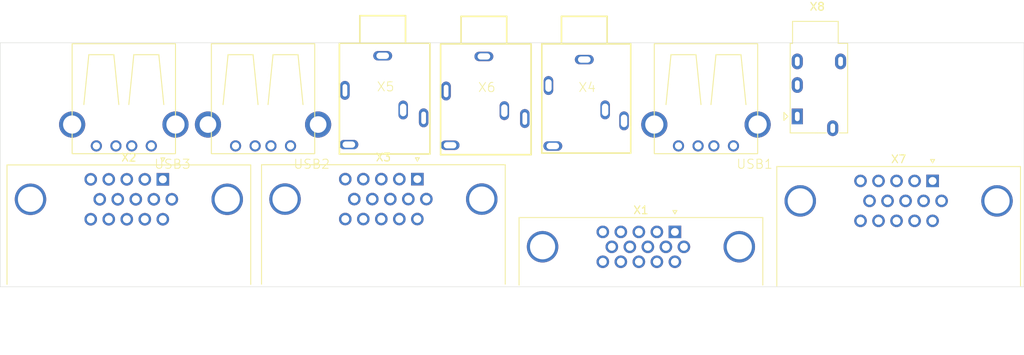
<source format=kicad_pcb>
(kicad_pcb (version 20241229) (generator "pcbnew") (generator_version "9.0")
  (layers (0 "F.Cu" signal) (2 "B.Cu" signal) (13 "F.Paste" user) (15 "B.Paste" user) (5 "F.SilkS" user "F.Silkscreen") (7 "B.SilkS" user "B.Silkscreen") (1 "F.Mask" user) (3 "B.Mask" user) (25 "Edge.Cuts" user))
  (net 0 "")
  (footprint "Connector_Audio:Jack_3.5mm_PJ320E_Horizontal" (layer "F.Cu") (at 209.1902 93.9024)
    (property "Reference" "X8" (at 2.54 -13.97 0) (layer "F.SilkS"))
    (property "Value" "1503_09")
    (fp_line (start -1.7 -0.5) (end -1.7 0.5) (stroke (width 0.12)) (layer "F.SilkS"))
    (fp_line (start -1.7 0.5) (end -1.2 0) (stroke (width 0.12)) (layer "F.SilkS"))
    (fp_line (start -1.2 0) (end -1.7 -0.5) (stroke (width 0.12)) (layer "F.SilkS"))
    (fp_line (start -0.9 -9.3) (end -0.9 2.1) (stroke (width 0.12)) (layer "F.SilkS"))
    (fp_line (start -0.9 -9.3) (end -0.6 -9.3) (stroke (width 0.12)) (layer "F.SilkS"))
    (fp_line (start -0.9 2.1) (end 3.7 2.1) (stroke (width 0.12)) (layer "F.SilkS"))
    (fp_line (start -0.6 -9.3) (end -0.6 -12.1) (stroke (width 0.12)) (layer "F.SilkS"))
    (fp_line (start 5.2 -12.1) (end -0.6 -12.1) (stroke (width 0.12)) (layer "F.SilkS"))
    (fp_line (start 5.2 -9.3) (end 5.2 -12.1) (stroke (width 0.12)) (layer "F.SilkS"))
    (fp_line (start 5.2 -9.3) (end 6.4 -9.3) (stroke (width 0.12)) (layer "F.SilkS"))
    (fp_line (start 6.4 -9.3) (end 6.4 2.1) (stroke (width 0.12)) (layer "F.SilkS"))
    (fp_line (start 6.4 2.1) (end 5.3 2.1) (stroke (width 0.12)) (layer "F.SilkS"))
    (pad "" np_thru_hole circle (at 2.3 -5.7 270) (size 1.2 1.2) (drill 1.2) (layers "*.Cu" "*.Mask"))
    (pad "" np_thru_hole circle (at 2.3 1.3 270) (size 1.2 1.2) (drill 1.2) (layers "*.Cu" "*.Mask"))
    (pad "" thru_hole oval (at 5.5 -7 270) (size 2 1.4) (drill oval 1.2 0.6) (layers "*.Cu" "*.Mask"))
    (pad "R1" thru_hole oval (at 0 -4 270) (size 2 1.4) (drill oval 1.2 0.6) (layers "*.Cu" "*.Mask"))
    (pad "R2" thru_hole oval (at 0 -7 270) (size 2 1.4) (drill oval 1.2 0.6) (layers "*.Cu" "*.Mask"))
    (pad "S" thru_hole oval (at 4.5 1.5 270) (size 2 1.4) (drill oval 1.2 0.6) (layers "*.Cu" "*.Mask"))
    (pad "T" thru_hole rect (at 0 0 270) (size 2 1.4) (drill oval 1.2 0.6) (layers "*.Cu" "*.Mask"))
  )
  (footprint "Connector_Dsub:DSUB-15-HD_Socket_Horizontal_P2.29x2.54mm_EdgePinOffset8.35mm_Housed_MountingHolesOffset10.89mm" (layer "F.Cu") (at 226.384 102.108)
    (property "Reference" "X7" (at -4.315 -2.77 0) (layer "F.SilkS"))
    (property "Value" "D-SUB15-HDR15RA")
    (fp_line (start -19.8 -1.83) (end 11.17 -1.83) (stroke (width 0.12)) (layer "F.SilkS"))
    (fp_line (start -19.8 13.37) (end -19.8 -1.83) (stroke (width 0.12)) (layer "F.SilkS"))
    (fp_line (start -0.25 -2.724338) (end 0.25 -2.724338) (stroke (width 0.12)) (layer "F.SilkS"))
    (fp_line (start 0 -2.291325) (end -0.25 -2.724338) (stroke (width 0.12)) (layer "F.SilkS"))
    (fp_line (start 0.25 -2.724338) (end 0 -2.291325) (stroke (width 0.12)) (layer "F.SilkS"))
    (fp_line (start 11.17 -1.83) (end 11.17 13.37) (stroke (width 0.12)) (layer "F.SilkS"))
    (pad "0" thru_hole circle (at -16.815 2.54) (size 4 4) (drill 3.2) (layers "*.Cu" "*.Mask"))
    (pad "0" thru_hole circle (at 8.185 2.54) (size 4 4) (drill 3.2) (layers "*.Cu" "*.Mask"))
    (pad "1" thru_hole rect (at 0 0) (size 1.6 1.6) (drill 1) (layers "*.Cu" "*.Mask"))
    (pad "2" thru_hole circle (at -2.29 0) (size 1.6 1.6) (drill 1) (layers "*.Cu" "*.Mask"))
    (pad "3" thru_hole circle (at -4.58 0) (size 1.6 1.6) (drill 1) (layers "*.Cu" "*.Mask"))
    (pad "4" thru_hole circle (at -6.87 0) (size 1.6 1.6) (drill 1) (layers "*.Cu" "*.Mask"))
    (pad "5" thru_hole circle (at -9.16 0) (size 1.6 1.6) (drill 1) (layers "*.Cu" "*.Mask"))
    (pad "6" thru_hole circle (at 1.145 2.54) (size 1.6 1.6) (drill 1) (layers "*.Cu" "*.Mask"))
    (pad "7" thru_hole circle (at -1.145 2.54) (size 1.6 1.6) (drill 1) (layers "*.Cu" "*.Mask"))
    (pad "8" thru_hole circle (at -3.435 2.54) (size 1.6 1.6) (drill 1) (layers "*.Cu" "*.Mask"))
    (pad "9" thru_hole circle (at -5.725 2.54) (size 1.6 1.6) (drill 1) (layers "*.Cu" "*.Mask"))
    (pad "10" thru_hole circle (at -8.015 2.54) (size 1.6 1.6) (drill 1) (layers "*.Cu" "*.Mask"))
    (pad "11" thru_hole circle (at 0 5.08) (size 1.6 1.6) (drill 1) (layers "*.Cu" "*.Mask"))
    (pad "12" thru_hole circle (at -2.29 5.08) (size 1.6 1.6) (drill 1) (layers "*.Cu" "*.Mask"))
    (pad "13" thru_hole circle (at -4.58 5.08) (size 1.6 1.6) (drill 1) (layers "*.Cu" "*.Mask"))
    (pad "14" thru_hole circle (at -6.87 5.08) (size 1.6 1.6) (drill 1) (layers "*.Cu" "*.Mask"))
    (pad "15" thru_hole circle (at -9.16 5.08) (size 1.6 1.6) (drill 1) (layers "*.Cu" "*.Mask"))
  )
  (footprint "cbm_ultipet_v1:USB-A-H_14mm_Distance" (layer "F.Cu") (at 141.3002 94.9325 -90)
    (property "Reference" "USB2" (at 5.715 -3.81 0) (layer "F.SilkS") (effects (font (size 1.1684 1.1684) (thickness 0.1016)) (justify left bottom)))
    (property "Value" "USB-A-H")
    (fp_line (start 3.6957 6.5659) (end -10.287 6.5659) (stroke (width 0.127)) (layer "F.SilkS"))
    (fp_line (start -2.54 5.08) (end -8.89 4.445) (stroke (width 0.127)) (layer "F.SilkS"))
    (fp_line (start -8.89 4.445) (end -8.89 1.27) (stroke (width 0.127)) (layer "F.SilkS"))
    (fp_line (start -8.89 1.27) (end -2.54 0.635) (stroke (width 0.127)) (layer "F.SilkS"))
    (fp_line (start -8.89 -1.27) (end -2.54 -0.635) (stroke (width 0.127)) (layer "F.SilkS"))
    (fp_line (start -8.89 -4.445) (end -8.89 -1.27) (stroke (width 0.127)) (layer "F.SilkS"))
    (fp_line (start -2.54 -5.08) (end -8.89 -4.445) (stroke (width 0.127)) (layer "F.SilkS"))
    (fp_line (start -10.287 -6.477) (end -10.287 6.477) (stroke (width 0.127)) (layer "F.SilkS"))
    (fp_line (start 3.7084 -6.5024) (end 3.7084 6.5024) (stroke (width 0.127)) (layer "F.SilkS"))
    (fp_line (start 3.6957 -6.5659) (end -10.287 -6.5659) (stroke (width 0.127)) (layer "F.SilkS"))
    (pad "D+" thru_hole circle (at 2.7178 1.0033 180) (size 1.4224 1.4224) (drill 0.9144) (layers "*.Cu" "*.Mask"))
    (pad "D-" thru_hole circle (at 2.7178 -1.0033 180) (size 1.4224 1.4224) (drill 0.9144) (layers "*.Cu" "*.Mask"))
    (pad "GND" thru_hole circle (at 2.7178 3.4925 180) (size 1.4224 1.4224) (drill 0.9144) (layers "*.Cu" "*.Mask"))
    (pad "GND@1" thru_hole circle (at 0 -7 180) (size 3.3274 3.3274) (drill 2.1114) (layers "*.Cu" "*.Mask"))
    (pad "GND@2" thru_hole circle (at 0 7 180) (size 3.3274 3.3274) (drill 2.1114) (layers "*.Cu" "*.Mask"))
    (pad "VBUS" thru_hole circle (at 2.7178 -3.4925 180) (size 1.4224 1.4224) (drill 0.9144) (layers "*.Cu" "*.Mask"))
  )
  (footprint "cbm_ultipet_v1:Korean_PJ-3240-5A" (layer "F.Cu") (at 169.3638 84.5664)
    (property "Reference" "X6" (at -0.808516 6.323081 0) (layer "F.SilkS") (effects (font (size 1.1684 1.1684) (thickness 0.1016)) (justify left bottom)))
    (property "Value" "1503_09")
    (fp_line (start -5.5 14.2) (end -5.5 0.1) (stroke (width 0.2032)) (layer "F.SilkS"))
    (fp_line (start -5.4 0.1) (end 5.9 0.1) (stroke (width 0.2032)) (layer "F.SilkS"))
    (fp_line (start -2.9 -3.4) (end 2.9 -3.4) (stroke (width 0.2032)) (layer "F.SilkS"))
    (fp_line (start -2.9 0) (end -2.9 -3.4) (stroke (width 0.2032)) (layer "F.SilkS"))
    (fp_line (start 2.9 -3.4) (end 2.9 0) (stroke (width 0.2032)) (layer "F.SilkS"))
    (fp_line (start 6 0.1) (end 6 14.2) (stroke (width 0.2032)) (layer "F.SilkS"))
    (fp_line (start 6 14.2) (end -5.5 14.2) (stroke (width 0.2032)) (layer "F.SilkS"))
    (pad "1" thru_hole oval (at 0 1.7 180) (size 2.4 1.2) (drill oval 1.6 0.8) (layers "*.Cu" "*.Mask"))
    (pad "2" thru_hole oval (at -4.8 6.1 90) (size 2.4 1.2) (drill oval 1.6 0.6) (layers "*.Cu" "*.Mask"))
    (pad "3" thru_hole oval (at 5.2 9.6 90) (size 2.4 1.2) (drill oval 1.6 0.6) (layers "*.Cu" "*.Mask"))
    (pad "4" thru_hole oval (at -4.3 13 180) (size 2.4 1.2) (drill oval 1.6 0.8) (layers "*.Cu" "*.Mask"))
    (pad "5" thru_hole oval (at 2.6 8.6 90) (size 2.4 1.2) (drill oval 1.6 0.8) (layers "*.Cu" "*.Mask"))
  )
  (footprint "Connector_Dsub:DSUB-15-HD_Socket_Horizontal_P2.29x1.90mm_EdgePinOffset3.03mm_Housed_MountingHolesOffset4.94mm" (layer "F.Cu") (at 193.6362 108.595)
    (property "Reference" "X1" (at -4.315 -2.77 0) (layer "F.SilkS"))
    (property "Value" "D-SUB15-HDR15RA")
    (fp_line (start -19.8 -1.83) (end 11.17 -1.83) (stroke (width 0.12)) (layer "F.SilkS"))
    (fp_line (start -19.8 6.77) (end -19.8 -1.83) (stroke (width 0.12)) (layer "F.SilkS"))
    (fp_line (start -0.25 -2.724338) (end 0.25 -2.724338) (stroke (width 0.12)) (layer "F.SilkS"))
    (fp_line (start 0 -2.291325) (end -0.25 -2.724338) (stroke (width 0.12)) (layer "F.SilkS"))
    (fp_line (start 0.25 -2.724338) (end 0 -2.291325) (stroke (width 0.12)) (layer "F.SilkS"))
    (fp_line (start 11.17 -1.83) (end 11.17 6.77) (stroke (width 0.12)) (layer "F.SilkS"))
    (pad "0" thru_hole circle (at -16.815 1.89) (size 4 4) (drill 3.2) (layers "*.Cu" "*.Mask"))
    (pad "0" thru_hole circle (at 8.185 1.89) (size 4 4) (drill 3.2) (layers "*.Cu" "*.Mask"))
    (pad "1" thru_hole rect (at 0 0) (size 1.6 1.6) (drill 1) (layers "*.Cu" "*.Mask"))
    (pad "2" thru_hole circle (at -2.29 0) (size 1.6 1.6) (drill 1) (layers "*.Cu" "*.Mask"))
    (pad "3" thru_hole circle (at -4.58 0) (size 1.6 1.6) (drill 1) (layers "*.Cu" "*.Mask"))
    (pad "4" thru_hole circle (at -6.87 0) (size 1.6 1.6) (drill 1) (layers "*.Cu" "*.Mask"))
    (pad "5" thru_hole circle (at -9.16 0) (size 1.6 1.6) (drill 1) (layers "*.Cu" "*.Mask"))
    (pad "6" thru_hole circle (at 1.145 1.9) (size 1.6 1.6) (drill 1) (layers "*.Cu" "*.Mask"))
    (pad "7" thru_hole circle (at -1.145 1.9) (size 1.6 1.6) (drill 1) (layers "*.Cu" "*.Mask"))
    (pad "8" thru_hole circle (at -3.435 1.9) (size 1.6 1.6) (drill 1) (layers "*.Cu" "*.Mask"))
    (pad "9" thru_hole circle (at -5.725 1.9) (size 1.6 1.6) (drill 1) (layers "*.Cu" "*.Mask"))
    (pad "10" thru_hole circle (at -8.015 1.9) (size 1.6 1.6) (drill 1) (layers "*.Cu" "*.Mask"))
    (pad "11" thru_hole circle (at 0 3.8) (size 1.6 1.6) (drill 1) (layers "*.Cu" "*.Mask"))
    (pad "12" thru_hole circle (at -2.29 3.8) (size 1.6 1.6) (drill 1) (layers "*.Cu" "*.Mask"))
    (pad "13" thru_hole circle (at -4.58 3.8) (size 1.6 1.6) (drill 1) (layers "*.Cu" "*.Mask"))
    (pad "14" thru_hole circle (at -6.87 3.8) (size 1.6 1.6) (drill 1) (layers "*.Cu" "*.Mask"))
    (pad "15" thru_hole circle (at -9.16 3.8) (size 1.6 1.6) (drill 1) (layers "*.Cu" "*.Mask"))
  )
  (footprint "cbm_ultipet_v1:Korean_PJ-3240-5A" (layer "F.Cu") (at 156.5056 84.4812)
    (property "Reference" "X5" (at -0.808516 6.323081 0) (layer "F.SilkS") (effects (font (size 1.1684 1.1684) (thickness 0.1016)) (justify left bottom)))
    (property "Value" "1503_09")
    (fp_line (start -5.5 14.2) (end -5.5 0.1) (stroke (width 0.2032)) (layer "F.SilkS"))
    (fp_line (start -5.4 0.1) (end 5.9 0.1) (stroke (width 0.2032)) (layer "F.SilkS"))
    (fp_line (start -2.9 -3.4) (end 2.9 -3.4) (stroke (width 0.2032)) (layer "F.SilkS"))
    (fp_line (start -2.9 0) (end -2.9 -3.4) (stroke (width 0.2032)) (layer "F.SilkS"))
    (fp_line (start 2.9 -3.4) (end 2.9 0) (stroke (width 0.2032)) (layer "F.SilkS"))
    (fp_line (start 6 0.1) (end 6 14.2) (stroke (width 0.2032)) (layer "F.SilkS"))
    (fp_line (start 6 14.2) (end -5.5 14.2) (stroke (width 0.2032)) (layer "F.SilkS"))
    (pad "1" thru_hole oval (at 0 1.7 180) (size 2.4 1.2) (drill oval 1.6 0.8) (layers "*.Cu" "*.Mask"))
    (pad "2" thru_hole oval (at -4.8 6.1 90) (size 2.4 1.2) (drill oval 1.6 0.6) (layers "*.Cu" "*.Mask"))
    (pad "3" thru_hole oval (at 5.2 9.6 90) (size 2.4 1.2) (drill oval 1.6 0.6) (layers "*.Cu" "*.Mask"))
    (pad "4" thru_hole oval (at -4.3 13 180) (size 2.4 1.2) (drill oval 1.6 0.8) (layers "*.Cu" "*.Mask"))
    (pad "5" thru_hole oval (at 2.6 8.6 90) (size 2.4 1.2) (drill oval 1.6 0.8) (layers "*.Cu" "*.Mask"))
  )
  (footprint "Connector_Dsub:DSUB-15-HD_Socket_Horizontal_P2.29x2.54mm_EdgePinOffset8.35mm_Housed_MountingHolesOffset10.89mm" (layer "F.Cu") (at 160.909 101.8794)
    (property "Reference" "X3" (at -4.315 -2.77 0) (layer "F.SilkS"))
    (property "Value" "D-SUB15-HDR15RA")
    (fp_line (start -19.8 -1.83) (end 11.17 -1.83) (stroke (width 0.12)) (layer "F.SilkS"))
    (fp_line (start -19.8 13.37) (end -19.8 -1.83) (stroke (width 0.12)) (layer "F.SilkS"))
    (fp_line (start -0.25 -2.724338) (end 0.25 -2.724338) (stroke (width 0.12)) (layer "F.SilkS"))
    (fp_line (start 0 -2.291325) (end -0.25 -2.724338) (stroke (width 0.12)) (layer "F.SilkS"))
    (fp_line (start 0.25 -2.724338) (end 0 -2.291325) (stroke (width 0.12)) (layer "F.SilkS"))
    (fp_line (start 11.17 -1.83) (end 11.17 13.37) (stroke (width 0.12)) (layer "F.SilkS"))
    (pad "0" thru_hole circle (at -16.815 2.54) (size 4 4) (drill 3.2) (layers "*.Cu" "*.Mask"))
    (pad "0" thru_hole circle (at 8.185 2.54) (size 4 4) (drill 3.2) (layers "*.Cu" "*.Mask"))
    (pad "1" thru_hole rect (at 0 0) (size 1.6 1.6) (drill 1) (layers "*.Cu" "*.Mask"))
    (pad "2" thru_hole circle (at -2.29 0) (size 1.6 1.6) (drill 1) (layers "*.Cu" "*.Mask"))
    (pad "3" thru_hole circle (at -4.58 0) (size 1.6 1.6) (drill 1) (layers "*.Cu" "*.Mask"))
    (pad "4" thru_hole circle (at -6.87 0) (size 1.6 1.6) (drill 1) (layers "*.Cu" "*.Mask"))
    (pad "5" thru_hole circle (at -9.16 0) (size 1.6 1.6) (drill 1) (layers "*.Cu" "*.Mask"))
    (pad "6" thru_hole circle (at 1.145 2.54) (size 1.6 1.6) (drill 1) (layers "*.Cu" "*.Mask"))
    (pad "7" thru_hole circle (at -1.145 2.54) (size 1.6 1.6) (drill 1) (layers "*.Cu" "*.Mask"))
    (pad "8" thru_hole circle (at -3.435 2.54) (size 1.6 1.6) (drill 1) (layers "*.Cu" "*.Mask"))
    (pad "9" thru_hole circle (at -5.725 2.54) (size 1.6 1.6) (drill 1) (layers "*.Cu" "*.Mask"))
    (pad "10" thru_hole circle (at -8.015 2.54) (size 1.6 1.6) (drill 1) (layers "*.Cu" "*.Mask"))
    (pad "11" thru_hole circle (at 0 5.08) (size 1.6 1.6) (drill 1) (layers "*.Cu" "*.Mask"))
    (pad "12" thru_hole circle (at -2.29 5.08) (size 1.6 1.6) (drill 1) (layers "*.Cu" "*.Mask"))
    (pad "13" thru_hole circle (at -4.58 5.08) (size 1.6 1.6) (drill 1) (layers "*.Cu" "*.Mask"))
    (pad "14" thru_hole circle (at -6.87 5.08) (size 1.6 1.6) (drill 1) (layers "*.Cu" "*.Mask"))
    (pad "15" thru_hole circle (at -9.16 5.08) (size 1.6 1.6) (drill 1) (layers "*.Cu" "*.Mask"))
  )
  (footprint "cbm_ultipet_v1:USB-A-H" (layer "F.Cu") (at 197.5866 94.9325 -90)
    (property "Reference" "USB1" (at 5.715 -3.81 0) (layer "F.SilkS") (effects (font (size 1.1684 1.1684) (thickness 0.1016)) (justify left bottom)))
    (property "Value" "USB-A-H")
    (fp_line (start 3.6957 6.5659) (end -10.287 6.5659) (stroke (width 0.127)) (layer "F.SilkS"))
    (fp_line (start -2.54 5.08) (end -8.89 4.445) (stroke (width 0.127)) (layer "F.SilkS"))
    (fp_line (start -8.89 4.445) (end -8.89 1.27) (stroke (width 0.127)) (layer "F.SilkS"))
    (fp_line (start -8.89 1.27) (end -2.54 0.635) (stroke (width 0.127)) (layer "F.SilkS"))
    (fp_line (start -8.89 -1.27) (end -2.54 -0.635) (stroke (width 0.127)) (layer "F.SilkS"))
    (fp_line (start -8.89 -4.445) (end -8.89 -1.27) (stroke (width 0.127)) (layer "F.SilkS"))
    (fp_line (start -2.54 -5.08) (end -8.89 -4.445) (stroke (width 0.127)) (layer "F.SilkS"))
    (fp_line (start -10.287 -6.477) (end -10.287 6.477) (stroke (width 0.127)) (layer "F.SilkS"))
    (fp_line (start 3.7084 -6.5024) (end 3.7084 6.5024) (stroke (width 0.127)) (layer "F.SilkS"))
    (fp_line (start 3.6957 -6.5659) (end -10.287 -6.5659) (stroke (width 0.127)) (layer "F.SilkS"))
    (pad "D+" thru_hole circle (at 2.7178 1.0033 180) (size 1.4224 1.4224) (drill 0.9144) (layers "*.Cu" "*.Mask"))
    (pad "D-" thru_hole circle (at 2.7178 -1.0033 180) (size 1.4224 1.4224) (drill 0.9144) (layers "*.Cu" "*.Mask"))
    (pad "GND" thru_hole circle (at 2.7178 3.4925 180) (size 1.4224 1.4224) (drill 0.9144) (layers "*.Cu" "*.Mask"))
    (pad "GND@1" thru_hole circle (at 0 -6.5659 180) (size 3.3274 3.3274) (drill 2.3114) (layers "*.Cu" "*.Mask"))
    (pad "GND@2" thru_hole circle (at 0 6.5659 180) (size 3.3274 3.3274) (drill 2.3114) (layers "*.Cu" "*.Mask"))
    (pad "VBUS" thru_hole circle (at 2.7178 -3.4925 180) (size 1.4224 1.4224) (drill 0.9144) (layers "*.Cu" "*.Mask"))
  )
  (footprint "cbm_ultipet_v1:USB-A-H" (layer "F.Cu") (at 123.6091 94.9325 -90)
    (property "Reference" "USB3" (at 5.715 -3.81 0) (layer "F.SilkS") (effects (font (size 1.1684 1.1684) (thickness 0.1016)) (justify left bottom)))
    (property "Value" "USB-A-H")
    (fp_line (start 3.6957 6.5659) (end -10.287 6.5659) (stroke (width 0.127)) (layer "F.SilkS"))
    (fp_line (start -2.54 5.08) (end -8.89 4.445) (stroke (width 0.127)) (layer "F.SilkS"))
    (fp_line (start -8.89 4.445) (end -8.89 1.27) (stroke (width 0.127)) (layer "F.SilkS"))
    (fp_line (start -8.89 1.27) (end -2.54 0.635) (stroke (width 0.127)) (layer "F.SilkS"))
    (fp_line (start -8.89 -1.27) (end -2.54 -0.635) (stroke (width 0.127)) (layer "F.SilkS"))
    (fp_line (start -8.89 -4.445) (end -8.89 -1.27) (stroke (width 0.127)) (layer "F.SilkS"))
    (fp_line (start -2.54 -5.08) (end -8.89 -4.445) (stroke (width 0.127)) (layer "F.SilkS"))
    (fp_line (start -10.287 -6.477) (end -10.287 6.477) (stroke (width 0.127)) (layer "F.SilkS"))
    (fp_line (start 3.7084 -6.5024) (end 3.7084 6.5024) (stroke (width 0.127)) (layer "F.SilkS"))
    (fp_line (start 3.6957 -6.5659) (end -10.287 -6.5659) (stroke (width 0.127)) (layer "F.SilkS"))
    (pad "D+" thru_hole circle (at 2.7178 1.0033 180) (size 1.4224 1.4224) (drill 0.9144) (layers "*.Cu" "*.Mask"))
    (pad "D-" thru_hole circle (at 2.7178 -1.0033 180) (size 1.4224 1.4224) (drill 0.9144) (layers "*.Cu" "*.Mask"))
    (pad "GND" thru_hole circle (at 2.7178 3.4925 180) (size 1.4224 1.4224) (drill 0.9144) (layers "*.Cu" "*.Mask"))
    (pad "GND@1" thru_hole circle (at 0 -6.5659 180) (size 3.3274 3.3274) (drill 2.3114) (layers "*.Cu" "*.Mask"))
    (pad "GND@2" thru_hole circle (at 0 6.5659 180) (size 3.3274 3.3274) (drill 2.3114) (layers "*.Cu" "*.Mask"))
    (pad "VBUS" thru_hole circle (at 2.7178 -3.4925 180) (size 1.4224 1.4224) (drill 0.9144) (layers "*.Cu" "*.Mask"))
  )
  (footprint "Connector_Dsub:DSUB-15-HD_Socket_Horizontal_P2.29x2.54mm_EdgePinOffset8.35mm_Housed_MountingHolesOffset10.89mm" (layer "F.Cu") (at 128.5654 101.9048)
    (property "Reference" "X2" (at -4.315 -2.77 0) (layer "F.SilkS"))
    (property "Value" "D-SUB15-HDR15RA")
    (fp_line (start -19.8 -1.83) (end 11.17 -1.83) (stroke (width 0.12)) (layer "F.SilkS"))
    (fp_line (start -19.8 13.37) (end -19.8 -1.83) (stroke (width 0.12)) (layer "F.SilkS"))
    (fp_line (start -0.25 -2.724338) (end 0.25 -2.724338) (stroke (width 0.12)) (layer "F.SilkS"))
    (fp_line (start 0 -2.291325) (end -0.25 -2.724338) (stroke (width 0.12)) (layer "F.SilkS"))
    (fp_line (start 0.25 -2.724338) (end 0 -2.291325) (stroke (width 0.12)) (layer "F.SilkS"))
    (fp_line (start 11.17 -1.83) (end 11.17 13.37) (stroke (width 0.12)) (layer "F.SilkS"))
    (pad "0" thru_hole circle (at -16.815 2.54) (size 4 4) (drill 3.2) (layers "*.Cu" "*.Mask"))
    (pad "0" thru_hole circle (at 8.185 2.54) (size 4 4) (drill 3.2) (layers "*.Cu" "*.Mask"))
    (pad "1" thru_hole rect (at 0 0) (size 1.6 1.6) (drill 1) (layers "*.Cu" "*.Mask"))
    (pad "2" thru_hole circle (at -2.29 0) (size 1.6 1.6) (drill 1) (layers "*.Cu" "*.Mask"))
    (pad "3" thru_hole circle (at -4.58 0) (size 1.6 1.6) (drill 1) (layers "*.Cu" "*.Mask"))
    (pad "4" thru_hole circle (at -6.87 0) (size 1.6 1.6) (drill 1) (layers "*.Cu" "*.Mask"))
    (pad "5" thru_hole circle (at -9.16 0) (size 1.6 1.6) (drill 1) (layers "*.Cu" "*.Mask"))
    (pad "6" thru_hole circle (at 1.145 2.54) (size 1.6 1.6) (drill 1) (layers "*.Cu" "*.Mask"))
    (pad "7" thru_hole circle (at -1.145 2.54) (size 1.6 1.6) (drill 1) (layers "*.Cu" "*.Mask"))
    (pad "8" thru_hole circle (at -3.435 2.54) (size 1.6 1.6) (drill 1) (layers "*.Cu" "*.Mask"))
    (pad "9" thru_hole circle (at -5.725 2.54) (size 1.6 1.6) (drill 1) (layers "*.Cu" "*.Mask"))
    (pad "10" thru_hole circle (at -8.015 2.54) (size 1.6 1.6) (drill 1) (layers "*.Cu" "*.Mask"))
    (pad "11" thru_hole circle (at 0 5.08) (size 1.6 1.6) (drill 1) (layers "*.Cu" "*.Mask"))
    (pad "12" thru_hole circle (at -2.29 5.08) (size 1.6 1.6) (drill 1) (layers "*.Cu" "*.Mask"))
    (pad "13" thru_hole circle (at -4.58 5.08) (size 1.6 1.6) (drill 1) (layers "*.Cu" "*.Mask"))
    (pad "14" thru_hole circle (at -6.87 5.08) (size 1.6 1.6) (drill 1) (layers "*.Cu" "*.Mask"))
    (pad "15" thru_hole circle (at -9.16 5.08) (size 1.6 1.6) (drill 1) (layers "*.Cu" "*.Mask"))
  )
  (footprint "cbm_ultipet_v1:1503_09" (layer "F.Cu") (at 182.122 84.5652)
    (property "Reference" "X4" (at -0.808516 6.323081 0) (layer "F.SilkS") (effects (font (size 1.1684 1.1684) (thickness 0.1016)) (justify left bottom)))
    (property "Value" "1503_09")
    (fp_line (start -5.4 0.1) (end 5.9 0.1) (stroke (width 0.2032)) (layer "F.SilkS"))
    (fp_line (start -5.4 14) (end -5.4 0.1) (stroke (width 0.2032)) (layer "F.SilkS"))
    (fp_line (start -2.9 -3.4) (end 2.9 -3.4) (stroke (width 0.2032)) (layer "F.SilkS"))
    (fp_line (start -2.9 0) (end -2.9 -3.4) (stroke (width 0.2032)) (layer "F.SilkS"))
    (fp_line (start 2.9 -3.4) (end 2.9 0) (stroke (width 0.2032)) (layer "F.SilkS"))
    (fp_line (start 5.9 0.1) (end 5.9 14) (stroke (width 0.2032)) (layer "F.SilkS"))
    (fp_line (start 5.9 14) (end -5.4 14) (stroke (width 0.2032)) (layer "F.SilkS"))
    (pad "1" thru_hole oval (at 0 2.1 180) (size 2.4 1.2) (drill oval 1.6 0.8) (layers "*.Cu" "*.Mask"))
    (pad "2" thru_hole oval (at -4.55 5.4 90) (size 2.4 1.2) (drill oval 1.6 0.8) (layers "*.Cu" "*.Mask"))
    (pad "3" thru_hole oval (at 5.05 9.9 90) (size 2.4 1.2) (drill oval 1.6 0.8) (layers "*.Cu" "*.Mask"))
    (pad "4" thru_hole oval (at -4 13.1 180) (size 2.4 1.2) (drill oval 1.6 0.8) (layers "*.Cu" "*.Mask"))
    (pad "5" thru_hole oval (at 2.65 8.5 90) (size 2.4 1.2) (drill oval 1.6 0.8) (layers "*.Cu" "*.Mask"))
  )
  (gr_line (start 237.998 115.57) (end 107.8992 115.57) (stroke (width 0.05)) (layer "Edge.Cuts"))
  (gr_line (start 107.8992 115.57) (end 107.8992 84.5566) (stroke (width 0.05)) (layer "Edge.Cuts"))
  (gr_line (start 237.998 84.5312) (end 237.998 115.57) (stroke (width 0.05)) (layer "Edge.Cuts"))
  (gr_line (start 107.8992 84.5312) (end 237.998 84.5312) (stroke (width 0.05)) (layer "Edge.Cuts"))
)
</source>
